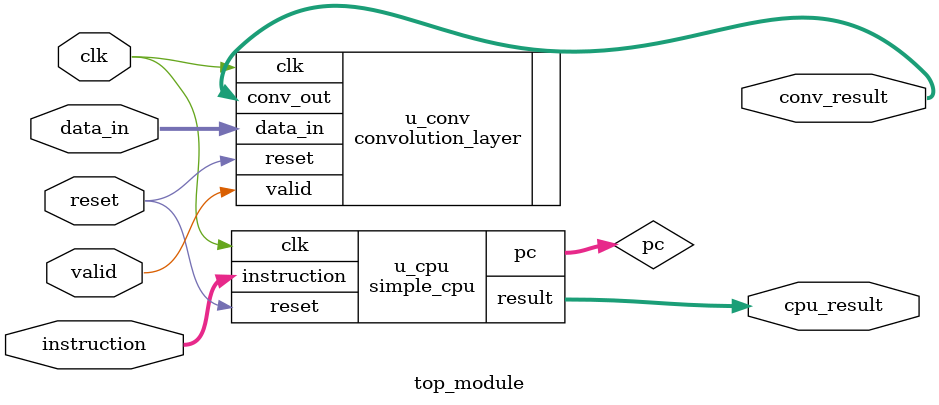
<source format=v>
module simple_cpu(
    input clk,
    input reset,
    input [31:0] instruction,
    output reg [31:0] pc,
    output reg [31:0] result
);

    reg [31:0] registers[0:31];  // 32个32位寄存器
    reg [31:0] alu_out;

    always @(posedge clk or posedge reset) begin
        if (reset) begin
            pc <= 0;
        end else begin
            // 简单的指令解码和执行
            case (instruction[31:26])
                6'b000000: begin // R型指令
                    case (instruction[5:0])
                        6'b100000: alu_out <= registers[instruction[25:21]] + registers[instruction[20:16]]; // 加法
                        // 其他R型指令
                    endcase
                end
                // 其他指令类型
            endcase
            result <= alu_out;
            pc <= pc + 4; // 下一条指令
        end
    end
endmodule

module top_module(
    input clk,
    input reset,
    input [31:0] instruction,
    input [31:0] data_in,
    input valid,
    output [31:0] cpu_result,
    output [31:0] conv_result
    // output [31:0] pool_result // 移除对 pooling_layer 的引用
);

    wire [31:0] pc;

    simple_cpu u_cpu(
        .clk(clk),
        .reset(reset),
        .instruction(instruction),
        .pc(pc),
        .result(cpu_result)
    );

    convolution_layer u_conv(
        .clk(clk),
        .reset(reset),
        .data_in(data_in),
        .valid(valid),
        .conv_out(conv_result)
    );

    // 移除对 pooling_layer 的引用
    // pooling_layer u_pool(
    //     .clk(clk),
    //     .reset(reset),
    //     .data_in(conv_result),
    //     .valid(valid),
    //     .pool_out(pool_result)
    // );

endmodule


</source>
